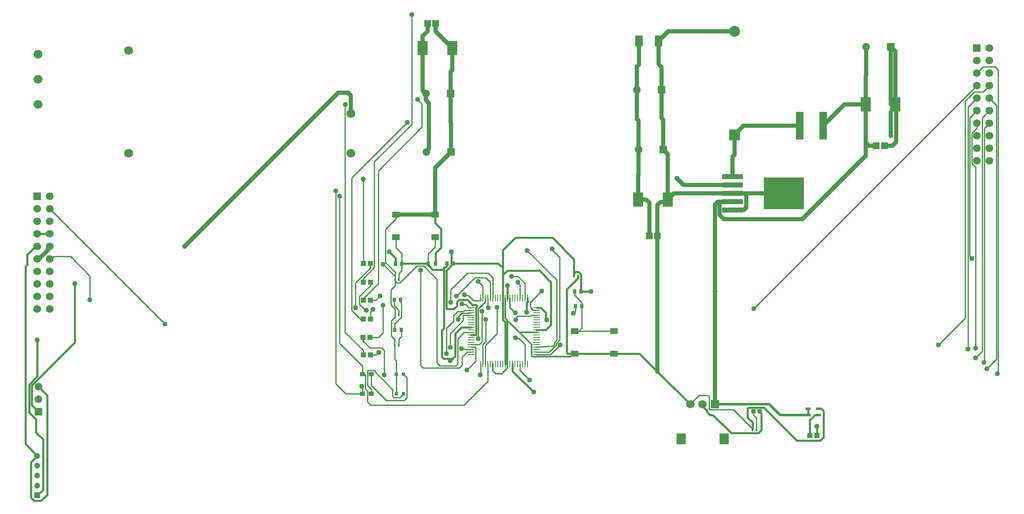
<source format=gtl>
G04*
G04 #@! TF.GenerationSoftware,Altium Limited,Altium Designer,24.8.2 (39)*
G04*
G04 Layer_Physical_Order=1*
G04 Layer_Color=255*
%FSLAX44Y44*%
%MOMM*%
G71*
G04*
G04 #@! TF.SameCoordinates,10B77030-9BE5-4BC5-9E5E-3B2CA86DC2A3*
G04*
G04*
G04 #@! TF.FilePolarity,Positive*
G04*
G01*
G75*
%ADD10C,0.5080*%
%ADD17R,1.3589X0.2794*%
%ADD18R,0.2794X1.3589*%
%ADD19R,1.0549X1.0062*%
%ADD20R,1.3500X1.4500*%
%ADD21R,0.4000X0.5000*%
%ADD22R,0.7581X0.8121*%
%ADD23R,2.0000X3.0000*%
%ADD24R,1.6000X5.7000*%
G04:AMPARAMS|DCode=25|XSize=6.4mm|YSize=8.2mm|CornerRadius=0.064mm|HoleSize=0mm|Usage=FLASHONLY|Rotation=90.000|XOffset=0mm|YOffset=0mm|HoleType=Round|Shape=RoundedRectangle|*
%AMROUNDEDRECTD25*
21,1,6.4000,8.0720,0,0,90.0*
21,1,6.2720,8.2000,0,0,90.0*
1,1,0.1280,4.0360,3.1360*
1,1,0.1280,4.0360,-3.1360*
1,1,0.1280,-4.0360,-3.1360*
1,1,0.1280,-4.0360,3.1360*
%
%ADD25ROUNDEDRECTD25*%
G04:AMPARAMS|DCode=26|XSize=1mm|YSize=4.15mm|CornerRadius=0.05mm|HoleSize=0mm|Usage=FLASHONLY|Rotation=90.000|XOffset=0mm|YOffset=0mm|HoleType=Round|Shape=RoundedRectangle|*
%AMROUNDEDRECTD26*
21,1,1.0000,4.0500,0,0,90.0*
21,1,0.9000,4.1500,0,0,90.0*
1,1,0.1000,2.0250,0.4500*
1,1,0.1000,2.0250,-0.4500*
1,1,0.1000,-2.0250,-0.4500*
1,1,0.1000,-2.0250,0.4500*
%
%ADD26ROUNDEDRECTD26*%
%ADD27R,1.6002X2.2098*%
%ADD28R,0.7500X0.8500*%
%ADD29R,0.7000X0.8500*%
%ADD30R,0.8000X0.8000*%
%ADD31R,1.0000X0.9000*%
%ADD32R,0.8549X0.9062*%
%ADD33R,1.9000X2.3000*%
%ADD34R,1.0668X0.6096*%
%ADD35R,1.5500X1.3000*%
%ADD36R,0.8000X0.9000*%
%ADD44C,1.8034*%
%ADD45R,1.5700X1.5700*%
%ADD46C,1.5700*%
%ADD47C,1.5500*%
%ADD48R,1.5500X1.5500*%
%ADD49C,1.2000*%
%ADD50R,1.2000X1.2000*%
%ADD51R,1.5500X1.5500*%
%ADD52C,2.2000*%
%ADD53R,2.2000X2.2000*%
%ADD57C,0.3810*%
%ADD58C,0.3302*%
%ADD59C,0.3048*%
%ADD60C,0.2540*%
%ADD61C,0.8128*%
%ADD62R,1.7000X1.7000*%
%ADD63C,1.7000*%
%ADD64C,1.0160*%
D10*
X1617630Y1048100D02*
X1674622D01*
X1596240Y1069490D02*
X1617630Y1048100D01*
X1485500Y1069490D02*
X1596240D01*
D17*
X991171Y1265430D02*
D03*
Y1260430D02*
D03*
Y1255430D02*
D03*
Y1250430D02*
D03*
Y1245430D02*
D03*
Y1240430D02*
D03*
Y1235430D02*
D03*
Y1230430D02*
D03*
Y1225430D02*
D03*
Y1220430D02*
D03*
Y1215430D02*
D03*
Y1210430D02*
D03*
Y1205430D02*
D03*
Y1200430D02*
D03*
Y1195430D02*
D03*
Y1190430D02*
D03*
Y1185430D02*
D03*
Y1180430D02*
D03*
Y1175430D02*
D03*
Y1170430D02*
D03*
X1124649D02*
D03*
Y1175430D02*
D03*
Y1180430D02*
D03*
Y1185430D02*
D03*
Y1190430D02*
D03*
Y1195430D02*
D03*
Y1200430D02*
D03*
Y1205430D02*
D03*
Y1210430D02*
D03*
Y1215430D02*
D03*
Y1220430D02*
D03*
Y1225430D02*
D03*
Y1230430D02*
D03*
Y1235430D02*
D03*
Y1240430D02*
D03*
Y1245430D02*
D03*
Y1250430D02*
D03*
Y1255430D02*
D03*
Y1260430D02*
D03*
Y1265430D02*
D03*
D18*
X1010410Y1151191D02*
D03*
X1015410D02*
D03*
X1020410D02*
D03*
X1025410D02*
D03*
X1030410D02*
D03*
X1035410D02*
D03*
X1040410D02*
D03*
X1045410D02*
D03*
X1050410D02*
D03*
X1055410D02*
D03*
X1060410D02*
D03*
X1065410D02*
D03*
X1070410D02*
D03*
X1075410D02*
D03*
X1080410D02*
D03*
X1085410D02*
D03*
X1090410D02*
D03*
X1095410D02*
D03*
X1100410D02*
D03*
X1105410D02*
D03*
Y1284668D02*
D03*
X1100410D02*
D03*
X1095410D02*
D03*
X1090410D02*
D03*
X1085410D02*
D03*
X1080410D02*
D03*
X1075410D02*
D03*
X1070410D02*
D03*
X1065410D02*
D03*
X1060410D02*
D03*
X1055410D02*
D03*
X1050410D02*
D03*
X1045410D02*
D03*
X1040410D02*
D03*
X1035410D02*
D03*
X1030410D02*
D03*
X1025410D02*
D03*
X1020410D02*
D03*
X1015410D02*
D03*
X1010410D02*
D03*
D19*
X772524Y1242060D02*
D03*
X787036D02*
D03*
X772524Y1169670D02*
D03*
X787037D02*
D03*
X772524Y1355090D02*
D03*
X787037D02*
D03*
X772524Y1316990D02*
D03*
X787036D02*
D03*
X772524Y1280160D02*
D03*
X787037D02*
D03*
X772160Y1205230D02*
D03*
X786673D02*
D03*
X1692546Y1005840D02*
D03*
X1678034D02*
D03*
D20*
X1352550Y1410970D02*
D03*
X1369050D02*
D03*
X902970Y1841500D02*
D03*
X919470D02*
D03*
X1812930Y1593850D02*
D03*
X1829430D02*
D03*
D21*
X844930Y1322070D02*
D03*
X836930D02*
D03*
X844740Y1188720D02*
D03*
X836740D02*
D03*
X844930Y1250950D02*
D03*
X836930D02*
D03*
X1569910Y1017270D02*
D03*
X1561910D02*
D03*
X1199960Y1329690D02*
D03*
X1207960D02*
D03*
D22*
X838280Y1353820D02*
D03*
X850820D02*
D03*
D23*
X893290Y1791970D02*
D03*
X953290D02*
D03*
X1791180Y1677670D02*
D03*
X1851180D02*
D03*
X1330170Y1484630D02*
D03*
X1390170D02*
D03*
D24*
X1704980Y1634490D02*
D03*
X1657980D02*
D03*
D25*
X1625600Y1497330D02*
D03*
D26*
X1521100Y1463330D02*
D03*
Y1480330D02*
D03*
Y1497330D02*
D03*
Y1514330D02*
D03*
Y1531330D02*
D03*
D27*
X1331341Y1805940D02*
D03*
X1371219D02*
D03*
D28*
X836780Y1220470D02*
D03*
X849780D02*
D03*
X1201120Y1297940D02*
D03*
X1214120D02*
D03*
X942340Y1355090D02*
D03*
X955340D02*
D03*
D29*
X835760Y1281430D02*
D03*
X848260D02*
D03*
X1202790Y1268730D02*
D03*
X1215290D02*
D03*
D30*
X854590Y1090930D02*
D03*
X839590D02*
D03*
X854590Y1130300D02*
D03*
X839590D02*
D03*
D31*
X788780Y1090930D02*
D03*
X770780D02*
D03*
X788780Y1130300D02*
D03*
X770780D02*
D03*
D32*
X1575977Y1055370D02*
D03*
X1563463D02*
D03*
D33*
X1504000Y999490D02*
D03*
X1417000D02*
D03*
D34*
X1695958Y1060100D02*
D03*
Y1048100D02*
D03*
X1674622D02*
D03*
Y1060100D02*
D03*
D35*
X1201040Y1217570D02*
D03*
Y1172570D02*
D03*
X1280540Y1217570D02*
D03*
Y1172570D02*
D03*
X839090Y1453790D02*
D03*
Y1408790D02*
D03*
X918590Y1453790D02*
D03*
Y1408790D02*
D03*
D36*
X919360Y1355090D02*
D03*
X904360D02*
D03*
D44*
X297180Y1578610D02*
D03*
Y1786610D02*
D03*
X747180Y1658610D02*
D03*
Y1578610D02*
D03*
X113030Y1779270D02*
D03*
Y1728470D02*
D03*
Y1677670D02*
D03*
D45*
X111760Y1490980D02*
D03*
X2016760Y1791970D02*
D03*
D46*
X111760Y1465580D02*
D03*
Y1440180D02*
D03*
Y1414780D02*
D03*
Y1389380D02*
D03*
Y1363980D02*
D03*
Y1338580D02*
D03*
Y1313180D02*
D03*
Y1287780D02*
D03*
Y1262380D02*
D03*
X137160Y1490980D02*
D03*
Y1465580D02*
D03*
Y1440180D02*
D03*
Y1414780D02*
D03*
Y1389380D02*
D03*
Y1363980D02*
D03*
Y1338580D02*
D03*
Y1313180D02*
D03*
Y1287780D02*
D03*
Y1262380D02*
D03*
X2042160Y1563370D02*
D03*
Y1588770D02*
D03*
Y1614170D02*
D03*
Y1639570D02*
D03*
Y1664970D02*
D03*
Y1690370D02*
D03*
Y1715770D02*
D03*
Y1741170D02*
D03*
Y1766570D02*
D03*
Y1791970D02*
D03*
X2016760Y1563370D02*
D03*
Y1588770D02*
D03*
Y1614170D02*
D03*
Y1639570D02*
D03*
Y1664970D02*
D03*
Y1690370D02*
D03*
Y1715770D02*
D03*
Y1741170D02*
D03*
Y1766570D02*
D03*
D47*
X899560Y1699260D02*
D03*
X114300Y1104900D02*
D03*
Y1079500D02*
D03*
X900830Y1581150D02*
D03*
X1792370Y1794510D02*
D03*
X1330490Y1586230D02*
D03*
X1327550Y1706880D02*
D03*
D48*
X949560Y1699260D02*
D03*
X950830Y1581150D02*
D03*
X1842370Y1794510D02*
D03*
X1380490Y1586230D02*
D03*
X1377550Y1706880D02*
D03*
D49*
X111760Y964880D02*
D03*
Y944880D02*
D03*
Y924880D02*
D03*
Y904880D02*
D03*
D50*
Y884880D02*
D03*
D51*
X114300Y1054100D02*
D03*
D52*
X1525270Y1825550D02*
D03*
D53*
Y1616150D02*
D03*
D57*
X852090Y1355090D02*
X900684D01*
X850820Y1353820D02*
X852090Y1355090D01*
X904360Y1351347D02*
X913317Y1342390D01*
X935990D01*
Y1223772D02*
Y1342390D01*
Y1347463D01*
X932180Y1165860D02*
Y1219962D01*
X935727Y1162313D02*
X953779D01*
X932180Y1165860D02*
X935727Y1162313D01*
X1143000Y1246197D02*
Y1255270D01*
Y1246197D02*
X1143055Y1246142D01*
Y1242005D02*
Y1246142D01*
Y1242005D02*
X1144270Y1240790D01*
X1153160Y1230376D02*
Y1316990D01*
X1129792Y1340358D02*
X1153160Y1316990D01*
X1143214Y1220430D02*
X1153160Y1230376D01*
X1064768Y1340358D02*
X1129792D01*
X941070Y1263868D02*
X942558Y1262380D01*
X941070Y1263868D02*
Y1340820D01*
X955959Y1262380D02*
X962660Y1269081D01*
X942558Y1262380D02*
X955959D01*
X941070Y1340820D02*
X955340Y1355090D01*
X935990Y1347463D02*
X939800D01*
X932180Y1219962D02*
X935990Y1223772D01*
X991171Y1210430D02*
X1001395D01*
Y1264475D01*
X1002030Y1265110D01*
Y1271016D01*
X993902D02*
X1002030D01*
X95250Y1109798D02*
X111760Y1126308D01*
Y1200150D01*
Y1414780D02*
X137160D01*
X109220Y1012444D02*
Y1039190D01*
X95250Y1053160D02*
X109220Y1039190D01*
X95250Y1053160D02*
Y1109798D01*
X109220Y1012444D02*
X123190Y998474D01*
Y896310D02*
Y998474D01*
X111760Y884880D02*
X123190Y896310D01*
X187960Y1195324D02*
Y1314450D01*
X100330Y1107694D02*
X187960Y1195324D01*
X87630Y1348740D02*
X91440Y1352550D01*
Y1372870D01*
X104073Y1385503D01*
X106680Y1387517D02*
Y1388110D01*
X104073Y1385503D02*
X104666D01*
X106680Y1387517D01*
X953779Y1162313D02*
X958850Y1167384D01*
Y1212596D02*
X971684Y1225430D01*
X958850Y1167384D02*
Y1212596D01*
X100330Y1068070D02*
X114300Y1054100D01*
X100330Y1068070D02*
Y1107694D01*
X87630Y989010D02*
Y1348740D01*
Y989010D02*
X111760Y964880D01*
X99060Y952180D02*
X111760Y964880D01*
X99060Y880364D02*
Y952180D01*
Y880364D02*
X105664Y873760D01*
X114300Y1104900D02*
X132080Y1087120D01*
X119634Y873760D02*
X132080Y886206D01*
Y1087120D01*
X1132967Y1265303D02*
X1143000Y1255270D01*
X1124775Y1265303D02*
X1132967D01*
X967086Y1281430D02*
X983488D01*
X993902Y1271016D01*
X962660Y1269081D02*
Y1277004D01*
X967086Y1281430D01*
X1575977Y1055114D02*
Y1055370D01*
Y1055114D02*
X1579880Y1051210D01*
X1573436Y1010920D02*
X1579880Y1017364D01*
Y1051210D01*
X1469797Y1053787D02*
Y1056233D01*
X1460500Y1065921D02*
Y1069490D01*
Y1065921D02*
X1464762Y1061659D01*
Y1061268D02*
Y1061659D01*
Y1061268D02*
X1469797Y1056233D01*
Y1053787D02*
X1475518Y1048066D01*
X1481924D01*
X1519070Y1010920D01*
X1184910Y1174802D02*
X1187142Y1172570D01*
X1184910Y1174802D02*
Y1302512D01*
X1207960Y1325562D01*
X1187142Y1172570D02*
X1201040D01*
X1551940Y1060844D02*
X1554172Y1063076D01*
X1581566D01*
X1551940Y1042924D02*
Y1060844D01*
Y1042924D02*
X1561910Y1032954D01*
X1581566Y1063076D02*
X1581652Y1062990D01*
X1584452D02*
X1651762Y995680D01*
X1581652Y1062990D02*
X1584452D01*
X1698752Y995680D02*
X1705610Y1002538D01*
X1701800Y1060100D02*
X1705610Y1056290D01*
Y1002538D02*
Y1056290D01*
X1842450Y1662532D02*
Y1668940D01*
X1851180Y1677670D01*
X1199960Y1333818D02*
Y1363408D01*
X1055410Y1346200D02*
Y1381800D01*
Y1331000D02*
Y1346200D01*
X951230Y1355090D02*
Y1378966D01*
X1332419Y1172570D02*
X1369050Y1135940D01*
X1561910Y1019556D02*
Y1032954D01*
X948944Y1157478D02*
X953779Y1162313D01*
X1055410Y1381800D02*
X1080770Y1407160D01*
X1156208D01*
X1199960Y1363408D01*
X971684Y1225430D02*
X991171D01*
X1075410Y1136930D02*
Y1151191D01*
Y1136930D02*
X1118362Y1093978D01*
X1692546Y1005840D02*
Y1025254D01*
X1065410Y1284668D02*
Y1309878D01*
X1124649Y1220430D02*
X1143214D01*
X1055410Y1331000D02*
X1064768Y1340358D01*
X1055410Y1284668D02*
Y1331000D01*
X1280540Y1172570D02*
X1332419D01*
X951230Y1355090D02*
X955340D01*
X825500Y1378966D02*
X838280Y1366186D01*
Y1353820D02*
Y1366186D01*
X939800Y1347463D02*
X942340Y1350003D01*
Y1355090D01*
X1214120Y1297940D02*
X1234694D01*
X1105410Y1276860D02*
Y1284668D01*
X1103884Y1275334D02*
X1105410Y1276860D01*
X1103884Y1255776D02*
Y1275334D01*
X1207960Y1325562D02*
Y1329690D01*
X1060410Y1151191D02*
Y1236044D01*
X1055410Y1241044D02*
X1060410Y1236044D01*
X1055410Y1241044D02*
Y1284668D01*
X1369050Y1135940D02*
X1435500Y1069490D01*
X1651762Y995680D02*
X1698752D01*
X1499634Y1480330D02*
X1521100D01*
X1544320Y1497330D02*
X1549400Y1492250D01*
X1199960Y1329690D02*
Y1333818D01*
X1203960Y1337818D01*
X1209040D01*
X1214120Y1332738D01*
Y1297940D02*
Y1332738D01*
X105664Y873760D02*
X119634D01*
X955340Y1355090D02*
X1046520D01*
X1055410Y1346200D01*
X1678034Y1005840D02*
Y1037954D01*
X1688180Y1048100D01*
X1695958D01*
X1519070Y1010920D02*
X1573436D01*
X1791180Y1735328D02*
X1792370Y1736518D01*
X1674622Y1048100D02*
Y1060100D01*
X1201040Y1172570D02*
X1280540D01*
X919360Y1355090D02*
Y1376306D01*
X930148Y1387094D01*
Y1425320D01*
X918590Y1436878D02*
X930148Y1425320D01*
X918590Y1436878D02*
Y1453790D01*
D58*
X1035410Y1137560D02*
Y1151191D01*
X1041400Y1131570D02*
X1053980D01*
X1035410Y1137560D02*
X1041400Y1131570D01*
X1053980D02*
X1065410Y1143000D01*
X1115278Y1165860D02*
X1193080D01*
X1113790Y1167348D02*
Y1190966D01*
Y1167348D02*
X1115278Y1165860D01*
X1089326Y1215430D02*
X1113790Y1190966D01*
X1060410Y1244346D02*
Y1258610D01*
Y1284668D01*
Y1244346D02*
X1065410Y1239346D01*
X1193080Y1165860D02*
X1199790Y1172570D01*
X1065410Y1151191D02*
Y1239346D01*
X1089326Y1215430D01*
X1124649D01*
X1065410Y1143000D02*
Y1151191D01*
D59*
X1070410Y1265120D02*
Y1284668D01*
Y1265120D02*
X1080770Y1254760D01*
D60*
X1160123Y1194471D02*
X1164590Y1198937D01*
X1155258Y1187209D02*
X1156223Y1187265D01*
X1105154Y1381506D02*
X1164590Y1322070D01*
Y1198937D02*
Y1322070D01*
X1160123Y1191165D02*
Y1194471D01*
X1156906Y1187949D02*
X1160123Y1191165D01*
X1124649Y1185430D02*
X1155258Y1187209D01*
X1156223Y1187265D02*
X1156906Y1187949D01*
X1170940Y1199899D02*
Y1367826D01*
X1155954Y1382812D02*
X1170940Y1367826D01*
X1149776Y1175430D02*
X1163933Y1189587D01*
Y1192892D01*
X1170940Y1199899D01*
X1155954Y1382812D02*
Y1384554D01*
X949960Y1276350D02*
Y1302004D01*
X983742Y1335786D01*
X998728Y1326388D02*
X1020826D01*
X961390Y1289050D02*
X998728Y1326388D01*
X996442Y1279398D02*
X1010283D01*
X987244Y1287780D02*
X988060D01*
X996442Y1279398D01*
X978879Y1290611D02*
X984413D01*
X977900Y1291590D02*
X978879Y1290611D01*
X984413D02*
X987244Y1287780D01*
X922274Y1153160D02*
Y1323086D01*
X881634Y1349756D02*
X895604D01*
X922274Y1323086D01*
X772524Y1355090D02*
Y1525668D01*
X764709Y1288167D02*
X787036Y1310494D01*
Y1316990D01*
X764709Y1272589D02*
Y1288167D01*
X1199790Y1172570D02*
X1201040D01*
X179070Y1369060D02*
X218440Y1329690D01*
Y1281430D02*
Y1329690D01*
X137160Y1363980D02*
X140148D01*
X145228Y1369060D02*
X179070D01*
X140148Y1363980D02*
X145228Y1369060D01*
X2027960Y1177060D02*
Y1650770D01*
X2014220Y1163320D02*
X2027960Y1177060D01*
X2030730Y1154430D02*
X2031770Y1155470D01*
Y1629180D01*
X2056360Y1161010D02*
Y1676170D01*
X2037080Y1141730D02*
X2056360Y1161010D01*
X756920Y1264920D02*
Y1315829D01*
X787037Y1345946D01*
X749300Y1259840D02*
X767080Y1242060D01*
X749300Y1528826D02*
X862076Y1641602D01*
X749300Y1259840D02*
Y1528826D01*
X787037Y1280160D02*
X797560D01*
X806450Y1289050D01*
X1085850Y1316252D02*
X1090410Y1311692D01*
X1085850Y1316252D02*
Y1316990D01*
X1090410Y1284668D02*
Y1311692D01*
X1087818Y1203516D02*
X1100410Y1190924D01*
X1080770Y1203960D02*
X1081214Y1203516D01*
X1087818D01*
X1083498Y1242248D02*
Y1246492D01*
X1085152Y1248146D01*
X1082040Y1240790D02*
X1083498Y1242248D01*
X1085152Y1248146D02*
X1111468D01*
X1020410Y1189125D02*
X1043940Y1212655D01*
Y1266190D01*
X1025410Y1265670D02*
Y1284668D01*
Y1265670D02*
X1026160Y1264920D01*
X1030410Y1284668D02*
Y1316804D01*
X1020826Y1326388D02*
X1030410Y1316804D01*
X724662Y1193038D02*
Y1490980D01*
X770780Y1130300D02*
Y1146920D01*
X724662Y1193038D02*
X770780Y1146920D01*
X972360Y1181560D02*
X979502D01*
X971550Y1182370D02*
X972360Y1181560D01*
X963930Y1202182D02*
X977178Y1215430D01*
X960120Y1147318D02*
X963930Y1151128D01*
Y1202182D01*
X979502Y1181560D02*
X980632Y1180430D01*
X948690Y1213038D02*
X974470Y1238818D01*
X948690Y1184910D02*
Y1213038D01*
X975212Y1240511D02*
X975614Y1250430D01*
X974470Y1238818D02*
X975172Y1239520D01*
X975212Y1240511D01*
X980632Y1180430D02*
X991171D01*
X787037Y1169670D02*
X798612D01*
X803692Y1174750D01*
X803910D01*
X777458Y1259840D02*
X778510D01*
X764709Y1272589D02*
X777458Y1259840D01*
X941070Y1223429D02*
X955535Y1237894D01*
X941070Y1172210D02*
Y1223429D01*
X1111504Y1266190D02*
Y1276604D01*
X1134110Y1299210D01*
X1111504Y1266190D02*
X1117264Y1260430D01*
X1124649Y1265430D02*
X1124775Y1265303D01*
X1010410Y1129790D02*
Y1151191D01*
X1009650Y1129030D02*
X1010410Y1129790D01*
X991171Y1185430D02*
X991299Y1185303D01*
X998855D01*
X1000506Y1156716D02*
Y1183652D01*
X982980Y1139190D02*
X1000506Y1156716D01*
X998855Y1185303D02*
X1000506Y1183652D01*
X973137Y1272223D02*
X979995D01*
X972820Y1272540D02*
X973137Y1272223D01*
X979995D02*
X985266Y1266952D01*
Y1265430D02*
X991171D01*
X985266D02*
Y1266952D01*
X1010410Y1279525D02*
Y1284668D01*
X1010283Y1279398D02*
X1010410Y1279525D01*
X1842370Y1662452D02*
X1842450Y1662532D01*
X891794Y1631696D02*
Y1678686D01*
X882650Y1687830D02*
X891794Y1678686D01*
X735584Y1676654D02*
X736600Y1677670D01*
X735584Y1215500D02*
Y1676654D01*
X836930Y1319276D02*
Y1322070D01*
Y1310132D02*
Y1319276D01*
Y1329436D02*
Y1337818D01*
Y1322070D02*
Y1329436D01*
X1564386Y1263396D02*
X2016760Y1715770D01*
X1013460Y1196278D02*
Y1258570D01*
X1007612Y1190430D02*
X1013460Y1196278D01*
X991171Y1190430D02*
X1007612D01*
X2002560Y1650770D02*
X2016760Y1664970D01*
X2002560Y1369036D02*
Y1650770D01*
Y1369036D02*
X2006346Y1365250D01*
X1020410Y1151191D02*
Y1189125D01*
X2029460Y1703070D02*
X2042160Y1715770D01*
X2011680Y1703070D02*
X2029460D01*
X1993138Y1684528D02*
X2011680Y1703070D01*
X1993138Y1243838D02*
Y1684528D01*
X1939036Y1189736D02*
X1993138Y1243838D01*
X1152247Y1170430D02*
X1171553Y1189736D01*
X1124649Y1170430D02*
X1152247D01*
X1998726Y1181608D02*
Y1672336D01*
X2016760Y1690370D01*
X828548Y1301750D02*
X836930Y1310132D01*
X828548Y1271016D02*
Y1301750D01*
Y1271016D02*
X836930Y1262634D01*
Y1250950D02*
Y1262634D01*
Y1319276D02*
X840486Y1315720D01*
X847598D01*
X881634Y1349756D01*
X922274Y1153160D02*
X928116Y1147318D01*
X960120D01*
X977178Y1215430D02*
X991171D01*
X836930Y1246378D02*
Y1250950D01*
X829310Y1238758D02*
X836930Y1246378D01*
X829310Y1208088D02*
Y1238758D01*
Y1208088D02*
X836740Y1200658D01*
Y1188720D02*
Y1200658D01*
X787036Y1256538D02*
X792370Y1261872D01*
X787036Y1242060D02*
Y1256538D01*
X1005840Y1202690D02*
Y1262634D01*
X1020410Y1277204D01*
Y1284668D01*
X787037Y1345946D02*
Y1355090D01*
X964946Y1241552D02*
Y1246366D01*
X972820Y1254240D01*
X982552D01*
X991171Y1255430D01*
X975614Y1250430D02*
X991171D01*
X2014220Y1183386D02*
Y1550670D01*
X2006370Y1558520D02*
X2014220Y1550670D01*
X2006370Y1558520D02*
Y1619020D01*
X2016760Y1629410D01*
Y1639570D01*
X983234Y1175430D02*
X991171D01*
X972312Y1164508D02*
X983234Y1175430D01*
X972312Y1148080D02*
Y1164508D01*
X967232Y1143000D02*
X972312Y1148080D01*
X894334Y1143000D02*
X967232D01*
X889254Y1148080D02*
X894334Y1143000D01*
X889254Y1148080D02*
Y1341882D01*
X1015410Y1151191D02*
Y1190670D01*
X1021080Y1196340D01*
Y1241298D01*
X137160Y1465580D02*
X370586Y1232154D01*
X1100410Y1151191D02*
Y1190924D01*
X1198880Y1254252D02*
X1202790Y1258162D01*
Y1268730D01*
X1073150Y1329010D02*
X1086479D01*
X1100410Y1315079D01*
Y1284668D02*
Y1315079D01*
X1005586Y1318768D02*
X1015410Y1308944D01*
Y1284668D02*
Y1308944D01*
X772160Y1197864D02*
Y1205230D01*
Y1197864D02*
X786384Y1183640D01*
X810006D01*
X815086Y1178560D01*
Y1129284D02*
Y1178560D01*
X2057908Y1131316D02*
X2060194Y1133602D01*
Y1747520D01*
X2053844Y1753870D02*
X2060194Y1747520D01*
X2029460Y1753870D02*
X2053844D01*
X2016760Y1741170D02*
X2029460Y1753870D01*
X767080Y1242060D02*
X772524D01*
Y1316990D02*
Y1324974D01*
X795020Y1347470D01*
Y1561338D01*
X870966Y1637284D01*
Y1859280D01*
X1124649Y1175430D02*
X1149776D01*
X900684Y1355090D02*
X904360D01*
Y1351347D02*
Y1355090D01*
X1117264Y1260430D02*
X1124649D01*
X1113752Y1250430D02*
X1124649D01*
X1111468Y1248146D02*
X1113752Y1250430D01*
X1025410Y1116342D02*
Y1151191D01*
X977138Y1068070D02*
X1025410Y1116342D01*
X787400Y1068070D02*
X977138D01*
X781050Y1074420D02*
X787400Y1068070D01*
X781050Y1074420D02*
Y1096772D01*
X777410Y1100412D02*
X781050Y1096772D01*
X777410Y1100412D02*
Y1129030D01*
X776140Y1130300D02*
X777410Y1129030D01*
X770780Y1130300D02*
X776140D01*
X847224Y1083564D02*
X854590Y1090930D01*
X834390Y1083564D02*
X847224D01*
X832358Y1085596D02*
X834390Y1083564D01*
X832358Y1085596D02*
Y1099312D01*
X796290Y1135380D02*
X832358Y1099312D01*
X796290Y1135380D02*
Y1137920D01*
X796036Y1138174D02*
X796290Y1137920D01*
X782320Y1138174D02*
X796036D01*
X781220Y1137074D02*
X782320Y1138174D01*
X781220Y1107888D02*
Y1137074D01*
Y1107888D02*
X788780Y1100328D01*
Y1090930D02*
Y1100328D01*
X1090410Y1138186D02*
Y1151191D01*
Y1138186D02*
X1109472Y1119124D01*
X769620Y1106424D02*
X770780Y1105264D01*
Y1090930D02*
Y1105264D01*
X737108Y1090930D02*
X770780D01*
X717042Y1110996D02*
X737108Y1090930D01*
X717042Y1110996D02*
Y1502410D01*
X2027960Y1650770D02*
X2042160Y1664970D01*
X955535Y1237894D02*
Y1249680D01*
X963905Y1258050D01*
X975691D01*
X978071Y1260430D01*
X991171D01*
X772524Y1280160D02*
Y1284080D01*
X803148Y1314704D01*
Y1543050D01*
X891794Y1631696D01*
X1035410Y1284668D02*
Y1326536D01*
X1026160Y1335786D02*
X1035410Y1326536D01*
X983742Y1335786D02*
X1026160D01*
X812292Y1214120D02*
Y1270762D01*
X803402Y1205230D02*
X812292Y1214120D01*
X786673Y1205230D02*
X803402D01*
X1201120Y1290320D02*
Y1297940D01*
Y1290320D02*
X1215290Y1276150D01*
Y1268730D02*
Y1276150D01*
X839090Y1446022D02*
Y1453790D01*
X817880Y1424812D02*
X839090Y1446022D01*
X817880Y1356868D02*
Y1424812D01*
Y1356868D02*
X836930Y1337818D01*
X1563463Y1048608D02*
Y1055370D01*
Y1048608D02*
X1569910Y1042162D01*
Y1017270D02*
Y1042162D01*
X1695958Y1060100D02*
X1701800D01*
X788780Y1107440D02*
Y1130300D01*
Y1107440D02*
X819260Y1076960D01*
X856234D01*
X861314Y1082040D01*
Y1123576D01*
X854590Y1130300D02*
X861314Y1123576D01*
X812800Y1353566D02*
X836930Y1329436D01*
X2042160Y1690370D02*
X2056360Y1676170D01*
X735584Y1215500D02*
X772524Y1178560D01*
Y1169670D02*
Y1178560D01*
X2031770Y1629180D02*
X2042160Y1639570D01*
X1561910Y1017270D02*
Y1019556D01*
X1523048Y1058418D02*
X1561910Y1019556D01*
X1475740Y1058418D02*
X1523048D01*
X1474216Y1059942D02*
X1475740Y1058418D01*
X1474216Y1059942D02*
Y1084830D01*
X1471926Y1087120D02*
X1474216Y1084830D01*
X1453130Y1087120D02*
X1471926D01*
X1435500Y1069490D02*
X1453130Y1087120D01*
X848260Y1276704D02*
Y1281430D01*
Y1276704D02*
X849630Y1275334D01*
Y1245870D02*
Y1275334D01*
X836780Y1233020D02*
X849630Y1245870D01*
X836780Y1220470D02*
Y1233020D01*
X835760Y1269238D02*
Y1281430D01*
Y1269238D02*
X844930Y1260068D01*
Y1250950D02*
Y1260068D01*
X1390170Y1479550D02*
Y1484630D01*
X1201040Y1217570D02*
X1209040D01*
X1215290Y1223820D01*
Y1268730D01*
X1330170Y1535176D02*
X1330490Y1535496D01*
X849780Y1206968D02*
Y1220470D01*
X844740Y1201928D02*
X849780Y1206968D01*
X844740Y1188720D02*
Y1201928D01*
X949560Y1640840D02*
X950830Y1639570D01*
X836740Y1160836D02*
Y1188720D01*
Y1160836D02*
X839590Y1157986D01*
Y1130300D02*
Y1157986D01*
Y1090930D02*
Y1130300D01*
X918590Y1388878D02*
Y1408790D01*
X904360Y1374648D02*
X918590Y1388878D01*
X904360Y1355090D02*
Y1374648D01*
X839090Y1387140D02*
Y1408790D01*
Y1387140D02*
X850820Y1375410D01*
Y1353820D02*
Y1375410D01*
Y1340660D02*
Y1353820D01*
X844930Y1334770D02*
X850820Y1340660D01*
X844930Y1322070D02*
Y1334770D01*
X1209040Y1217570D02*
X1280540D01*
D61*
X111760Y1363980D02*
X115417D01*
X137160Y1387331D02*
Y1389380D01*
X133374Y1381937D02*
Y1383545D01*
X137160Y1387331D01*
X115417Y1363980D02*
X133374Y1381937D01*
X1845310Y1593850D02*
X1852930Y1601470D01*
X1851180Y1677670D02*
X1852930Y1675920D01*
Y1601470D02*
Y1675920D01*
X1491760Y1480330D02*
X1499634D01*
X1485500Y1474070D02*
X1491760Y1480330D01*
X1485500Y1297940D02*
Y1474070D01*
X1494790Y1453896D02*
Y1475486D01*
Y1453896D02*
X1503680Y1445006D01*
X1829430Y1593850D02*
X1845310D01*
X1842370Y1677670D02*
Y1794510D01*
Y1614170D02*
Y1662452D01*
X1408430Y1527810D02*
X1421910Y1514330D01*
X1521100D01*
X1377550Y1649368D02*
Y1706880D01*
Y1649368D02*
X1380490Y1646428D01*
X899560Y1686430D02*
X905510Y1680480D01*
Y1587825D02*
Y1680480D01*
X900830Y1581150D02*
Y1583145D01*
X905510Y1587825D01*
X1791180Y1573248D02*
Y1600200D01*
X1485500Y1069490D02*
Y1297940D01*
X1544320Y1497330D02*
X1625600D01*
X1521100D02*
X1544320D01*
X1375400Y1479550D02*
X1390170D01*
X893290Y1705530D02*
Y1791970D01*
Y1705530D02*
X899560Y1699260D01*
X902970Y1826034D02*
Y1841500D01*
X893290Y1816354D02*
X902970Y1826034D01*
X893290Y1791970D02*
Y1816354D01*
X1748160Y1677670D02*
X1791180D01*
X1704980Y1634490D02*
X1748160Y1677670D01*
X1851180D02*
Y1785700D01*
X1842370Y1794510D02*
X1851180Y1785700D01*
X1390829Y1825550D02*
X1525270D01*
X1371219Y1805940D02*
X1390829Y1825550D01*
X1380490Y1586230D02*
Y1646428D01*
X1402870Y1497330D02*
X1521100D01*
X1390170Y1484630D02*
X1402870Y1497330D01*
X1390170Y1484630D02*
Y1576550D01*
X1380490Y1586230D02*
X1390170Y1576550D01*
X918590Y1453790D02*
Y1548910D01*
X950830Y1581150D01*
X1543610Y1634490D02*
X1657980D01*
X1525270Y1616150D02*
X1543610Y1634490D01*
X747180Y1658610D02*
Y1695626D01*
X741680Y1701126D02*
X747180Y1695626D01*
X722464Y1701126D02*
X741680D01*
X410718Y1389380D02*
X722464Y1701126D01*
X1369050Y1135940D02*
Y1410970D01*
X1494790Y1475486D02*
X1499634Y1480330D01*
X1503680Y1445006D02*
X1662938D01*
X1791180Y1573248D01*
X1549400Y1468410D02*
Y1492250D01*
X1544320Y1463330D02*
X1549400Y1468410D01*
X1521100Y1463330D02*
X1544320D01*
X899560Y1686430D02*
Y1699260D01*
X919470Y1825790D02*
Y1841500D01*
Y1825790D02*
X953290Y1791970D01*
X1330170Y1484630D02*
X1346200D01*
X1352550Y1478280D01*
Y1410970D02*
Y1478280D01*
X1369050Y1473200D02*
X1375400Y1479550D01*
X1369050Y1410970D02*
Y1473200D01*
X1791180Y1600200D02*
Y1677670D01*
Y1600200D02*
X1797530Y1593850D01*
X1812930D01*
X1330490Y1535496D02*
Y1586230D01*
X1330170Y1484630D02*
Y1535176D01*
X1327550Y1647844D02*
Y1706880D01*
Y1647844D02*
X1330490Y1644904D01*
Y1586230D02*
Y1644904D01*
X1331341Y1758169D02*
Y1805940D01*
X1327550Y1754378D02*
X1331341Y1758169D01*
X1327550Y1706880D02*
Y1754378D01*
X1792370Y1736518D02*
Y1794510D01*
X1791180Y1677670D02*
Y1735328D01*
X1371219Y1759439D02*
Y1805940D01*
Y1759439D02*
X1377550Y1753108D01*
Y1706880D02*
Y1753108D01*
X949560Y1640840D02*
Y1699260D01*
X950830Y1581150D02*
Y1639570D01*
X953290Y1747440D02*
Y1791970D01*
X949560Y1743710D02*
X953290Y1747440D01*
X949560Y1699260D02*
Y1743710D01*
X839090Y1453790D02*
X918590D01*
X1525270Y1575668D02*
Y1616150D01*
X1521100Y1571498D02*
X1525270Y1575668D01*
X1521100Y1531330D02*
Y1571498D01*
D62*
X1485500Y1069490D02*
D03*
D63*
X1435500D02*
D03*
X1460500D02*
D03*
D64*
X1080770Y1254760D02*
D03*
X1144270Y1240790D02*
D03*
X949960Y1276350D02*
D03*
X961390Y1289050D02*
D03*
X218440Y1281430D02*
D03*
X111760Y1200150D02*
D03*
X187960Y1314450D02*
D03*
X2014220Y1163320D02*
D03*
X2030730Y1154430D02*
D03*
X2037080Y1141730D02*
D03*
X756920Y1264920D02*
D03*
X792370Y1261872D02*
D03*
X806450Y1289050D02*
D03*
X1085850Y1316990D02*
D03*
X1080770Y1203960D02*
D03*
X1082040Y1240790D02*
D03*
X1043940Y1266190D02*
D03*
X1026160Y1264920D02*
D03*
X971550Y1182370D02*
D03*
X948690Y1184910D02*
D03*
X803910Y1174750D02*
D03*
X778510Y1259840D02*
D03*
X941070Y1172210D02*
D03*
X1134110Y1299210D02*
D03*
X1009650Y1129030D02*
D03*
X982980Y1139190D02*
D03*
X972820Y1272540D02*
D03*
X977900Y1291590D02*
D03*
X1408430Y1527810D02*
D03*
X882650Y1687830D02*
D03*
X736600Y1677670D02*
D03*
X1564386Y1263396D02*
D03*
X1013460Y1258570D02*
D03*
X2006346Y1365250D02*
D03*
X1939036Y1189736D02*
D03*
X1171553D02*
D03*
X1998726Y1181608D02*
D03*
X948944Y1157478D02*
D03*
X1005840Y1202690D02*
D03*
X964946Y1241552D02*
D03*
X1118362Y1093978D02*
D03*
X1692546Y1025254D02*
D03*
X2014220Y1183386D02*
D03*
X889254Y1341882D02*
D03*
X1021080Y1241298D02*
D03*
X370586Y1232154D02*
D03*
X1198880Y1254252D02*
D03*
X1105154Y1381506D02*
D03*
X1073150Y1329010D02*
D03*
X1005586Y1318768D02*
D03*
X815086Y1129284D02*
D03*
X2057908Y1131316D02*
D03*
X862076Y1641602D02*
D03*
X870966Y1859280D02*
D03*
X772524Y1525668D02*
D03*
X1065410Y1309878D02*
D03*
X1155954Y1384554D02*
D03*
X951230Y1378966D02*
D03*
X825500D02*
D03*
X1234694Y1297940D02*
D03*
X1485500D02*
D03*
X1103884Y1255776D02*
D03*
X1109472Y1119124D02*
D03*
X769620Y1106424D02*
D03*
X717042Y1502410D02*
D03*
X724662Y1490980D02*
D03*
X410718Y1389380D02*
D03*
X812292Y1270762D02*
D03*
X1842370Y1614170D02*
D03*
X812800Y1353566D02*
D03*
M02*

</source>
